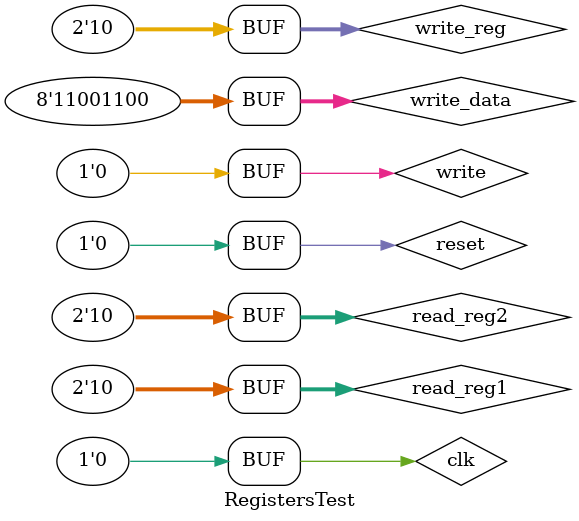
<source format=v>
`timescale 1ns / 1ps

module RegistersTest;
	reg clk;
	reg reset;
	reg [1:0] read_reg1;
	reg [1:0] read_reg2;
	reg write;
	reg [1:0] write_reg;
	reg [7:0] write_data;

	wire [7:0] read_data1;
	wire [7:0] read_data2;

	Registers uut (
		.clk(clk),
		.reset(reset),
		.read_reg1(read_reg1),
		.read_reg2(read_reg2),
		.write(write),
		.write_reg(write_reg),
		.write_data(write_data),
		.read_data1(read_data1),
		.read_data2(read_data2)
	);

	initial begin
		reset = 0;
		reset = 0;
		read_reg1 = 0;
		read_reg2 = 0;
		write = 0;
		write_reg = 0;
		write_data = 0;
		clk = 0;
		#100;
		clk = 1;
		#50;
		clk = 0;
		#50;

		write_reg = 8'b00000010;
		write_data = 8'b01010101;
		write = 1;
		clk = 1;
		#50;
		clk = 0;
		#50;

		read_reg1 = 8'b00000010;
		write_reg = 8'b00001010;
		write_data = 8'b11001100;
		write = 1;
		clk = 1;
		#50;
		clk = 0;
		#50;

		read_reg2 = 8'b00001010;
		write = 0;
		clk = 1;
		#50;
		clk = 0;
		#50;
	end
endmodule


</source>
